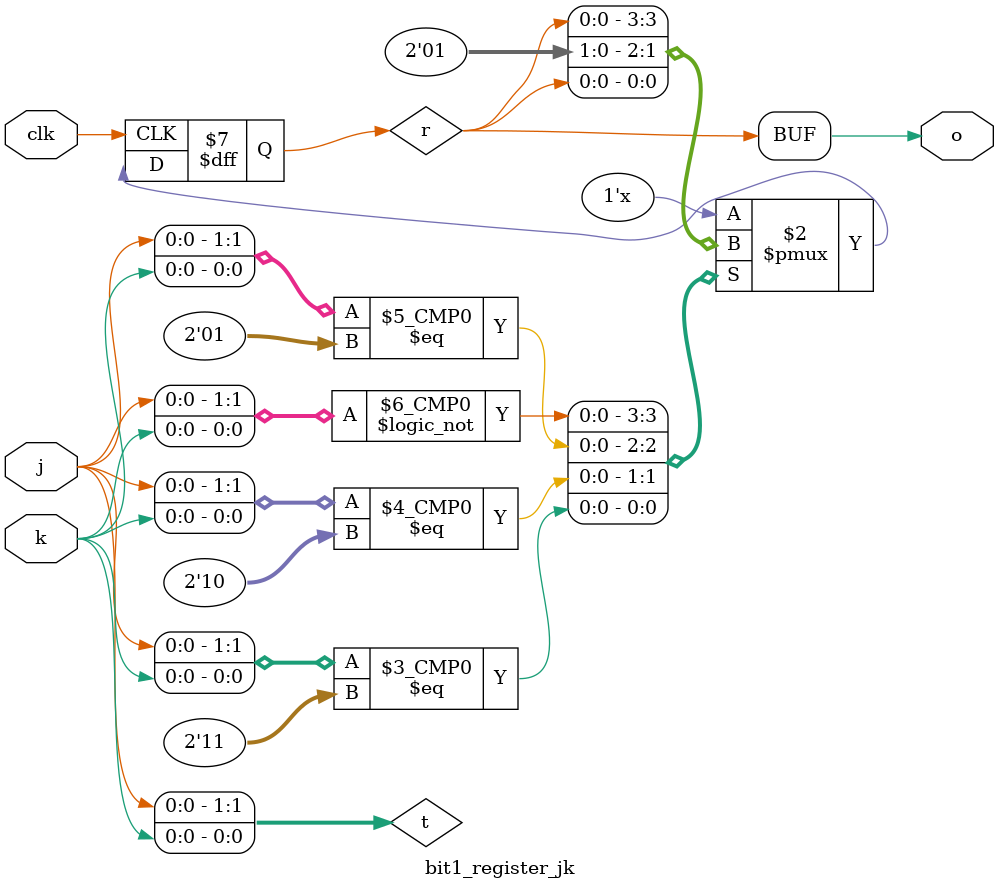
<source format=v>
`timescale 1ns / 1ps
module bit1_register_jk(j,k,clk,o);
input j,k,clk;
output o;

reg r;
wire [1:0] t;
assign t = {j,k};
always @(posedge clk)begin
    case(t)
        2'b00 : r <= r;
        2'b01 : r <= 1'b0;
        2'b10 : r <= 1'b1;
        2'b11 : r <= r;
        default : r <= 1'bx;
    endcase
end

assign o = r;
endmodule

</source>
